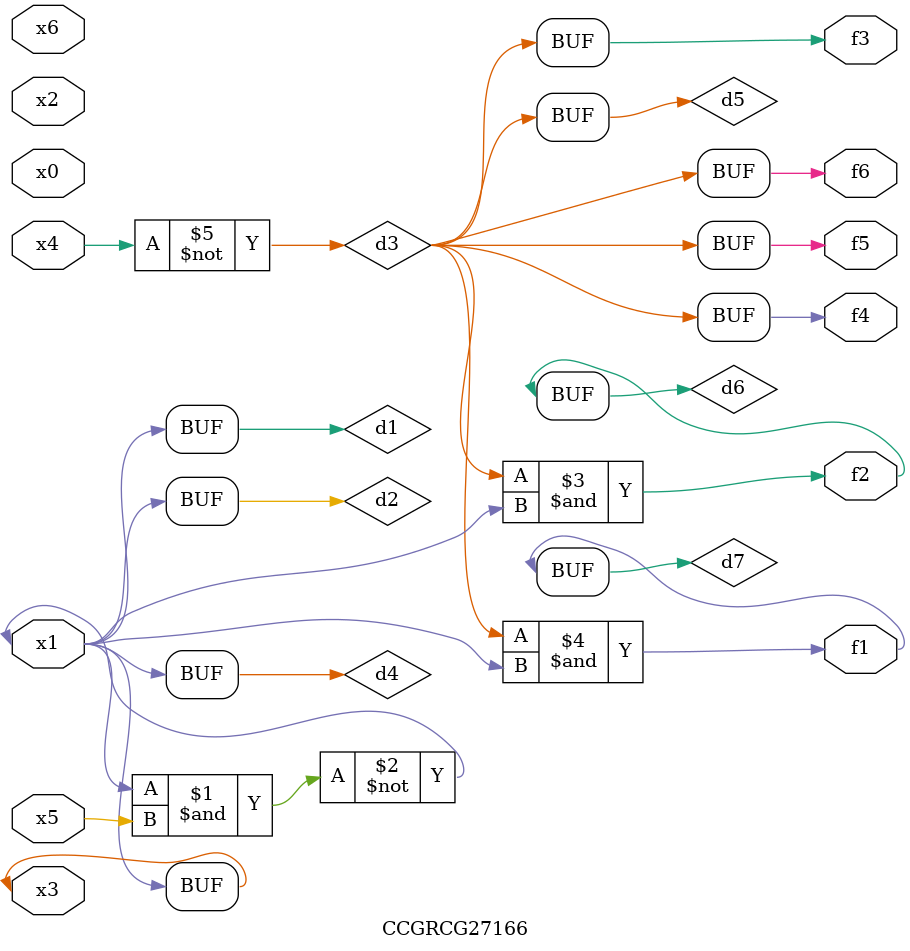
<source format=v>
module CCGRCG27166(
	input x0, x1, x2, x3, x4, x5, x6,
	output f1, f2, f3, f4, f5, f6
);

	wire d1, d2, d3, d4, d5, d6, d7;

	buf (d1, x1, x3);
	nand (d2, x1, x5);
	not (d3, x4);
	buf (d4, d1, d2);
	buf (d5, d3);
	and (d6, d3, d4);
	and (d7, d3, d4);
	assign f1 = d7;
	assign f2 = d6;
	assign f3 = d5;
	assign f4 = d5;
	assign f5 = d5;
	assign f6 = d5;
endmodule

</source>
